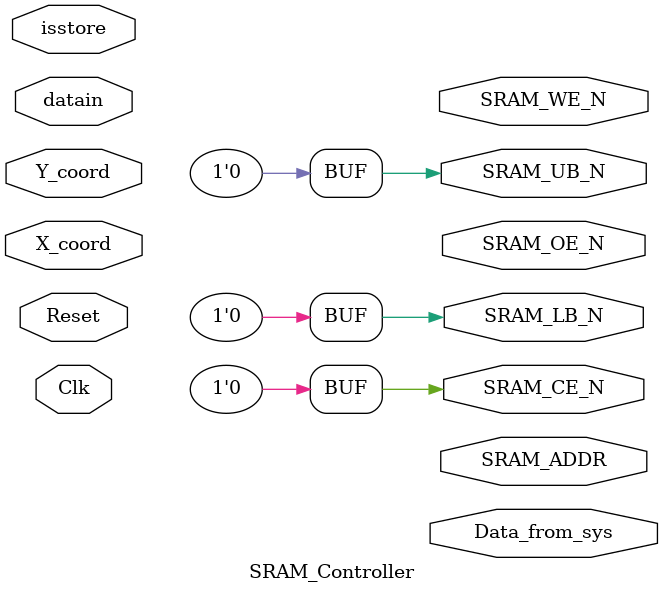
<source format=sv>
module SRAM_Controller(
    input logic                     Clk, Reset,
    input logic     [9:0]           datain,
    input logic     [12:0]          X_coord,
    input logic     [12:0]          Y_coord,
    input logic                     isstore,
    output	logic	[19:0]		    SRAM_ADDR,
    output	logic	          		SRAM_CE_N,
    output  logic   [15:0]          Data_from_sys,
    output	logic	          		SRAM_LB_N,
    output	logic	          		SRAM_OE_N,
    output	logic	          		SRAM_UB_N,
    output	logic	          		SRAM_WE_N
);
// always be active
assign SRAM_CE_N = 1'b0;
assign SRAM_UB_N = 1'b0;
assign SRAM_LB_N = 1'b0;

endmodule

</source>
